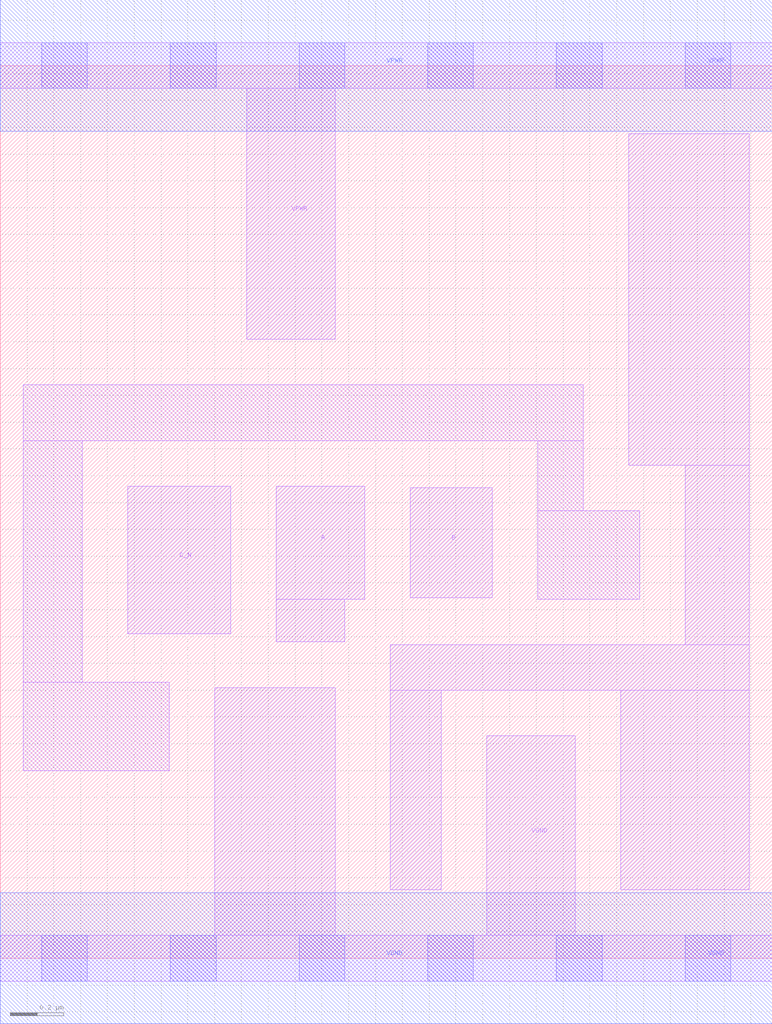
<source format=lef>
# Copyright 2020 The SkyWater PDK Authors
#
# Licensed under the Apache License, Version 2.0 (the "License");
# you may not use this file except in compliance with the License.
# You may obtain a copy of the License at
#
#     https://www.apache.org/licenses/LICENSE-2.0
#
# Unless required by applicable law or agreed to in writing, software
# distributed under the License is distributed on an "AS IS" BASIS,
# WITHOUT WARRANTIES OR CONDITIONS OF ANY KIND, either express or implied.
# See the License for the specific language governing permissions and
# limitations under the License.
#
# SPDX-License-Identifier: Apache-2.0

VERSION 5.7 ;
  NAMESCASESENSITIVE ON ;
  NOWIREEXTENSIONATPIN ON ;
  DIVIDERCHAR "/" ;
  BUSBITCHARS "[]" ;
UNITS
  DATABASE MICRONS 200 ;
END UNITS
MACRO sky130_fd_sc_lp__nor3b_1
  CLASS CORE ;
  SOURCE USER ;
  FOREIGN sky130_fd_sc_lp__nor3b_1 ;
  ORIGIN  0.000000  0.000000 ;
  SIZE  2.880000 BY  3.330000 ;
  SYMMETRY X Y R90 ;
  SITE unit ;
  PIN A
    ANTENNAGATEAREA  0.315000 ;
    DIRECTION INPUT ;
    USE SIGNAL ;
    PORT
      LAYER li1 ;
        RECT 1.030000 1.180000 1.285000 1.340000 ;
        RECT 1.030000 1.340000 1.360000 1.760000 ;
    END
  END A
  PIN B
    ANTENNAGATEAREA  0.315000 ;
    DIRECTION INPUT ;
    USE SIGNAL ;
    PORT
      LAYER li1 ;
        RECT 1.530000 1.345000 1.835000 1.755000 ;
    END
  END B
  PIN C_N
    ANTENNAGATEAREA  0.126000 ;
    DIRECTION INPUT ;
    USE SIGNAL ;
    PORT
      LAYER li1 ;
        RECT 0.475000 1.210000 0.860000 1.760000 ;
    END
  END C_N
  PIN Y
    ANTENNADIFFAREA  0.840000 ;
    DIRECTION OUTPUT ;
    USE SIGNAL ;
    PORT
      LAYER li1 ;
        RECT 1.455000 0.255000 1.645000 1.000000 ;
        RECT 1.455000 1.000000 2.795000 1.170000 ;
        RECT 2.315000 0.255000 2.795000 1.000000 ;
        RECT 2.345000 1.840000 2.795000 3.075000 ;
        RECT 2.555000 1.170000 2.795000 1.840000 ;
    END
  END Y
  PIN VGND
    DIRECTION INOUT ;
    USE GROUND ;
    PORT
      LAYER li1 ;
        RECT 0.000000 -0.085000 2.880000 0.085000 ;
        RECT 0.800000  0.085000 1.250000 1.010000 ;
        RECT 1.815000  0.085000 2.145000 0.830000 ;
      LAYER mcon ;
        RECT 0.155000 -0.085000 0.325000 0.085000 ;
        RECT 0.635000 -0.085000 0.805000 0.085000 ;
        RECT 1.115000 -0.085000 1.285000 0.085000 ;
        RECT 1.595000 -0.085000 1.765000 0.085000 ;
        RECT 2.075000 -0.085000 2.245000 0.085000 ;
        RECT 2.555000 -0.085000 2.725000 0.085000 ;
      LAYER met1 ;
        RECT 0.000000 -0.245000 2.880000 0.245000 ;
    END
  END VGND
  PIN VPWR
    DIRECTION INOUT ;
    USE POWER ;
    PORT
      LAYER li1 ;
        RECT 0.000000 3.245000 2.880000 3.415000 ;
        RECT 0.920000 2.310000 1.250000 3.245000 ;
      LAYER mcon ;
        RECT 0.155000 3.245000 0.325000 3.415000 ;
        RECT 0.635000 3.245000 0.805000 3.415000 ;
        RECT 1.115000 3.245000 1.285000 3.415000 ;
        RECT 1.595000 3.245000 1.765000 3.415000 ;
        RECT 2.075000 3.245000 2.245000 3.415000 ;
        RECT 2.555000 3.245000 2.725000 3.415000 ;
      LAYER met1 ;
        RECT 0.000000 3.085000 2.880000 3.575000 ;
    END
  END VPWR
  OBS
    LAYER li1 ;
      RECT 0.085000 0.700000 0.630000 1.030000 ;
      RECT 0.085000 1.030000 0.305000 1.930000 ;
      RECT 0.085000 1.930000 2.175000 2.140000 ;
      RECT 2.005000 1.340000 2.385000 1.670000 ;
      RECT 2.005000 1.670000 2.175000 1.930000 ;
  END
END sky130_fd_sc_lp__nor3b_1

</source>
